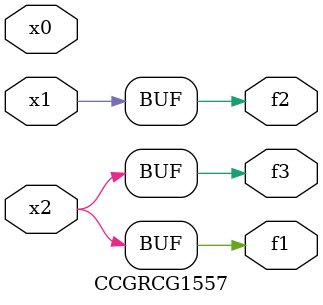
<source format=v>
module CCGRCG1557(
	input x0, x1, x2,
	output f1, f2, f3
);
	assign f1 = x2;
	assign f2 = x1;
	assign f3 = x2;
endmodule

</source>
